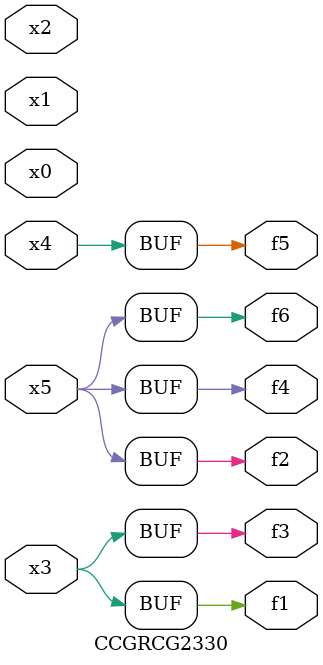
<source format=v>
module CCGRCG2330(
	input x0, x1, x2, x3, x4, x5,
	output f1, f2, f3, f4, f5, f6
);
	assign f1 = x3;
	assign f2 = x5;
	assign f3 = x3;
	assign f4 = x5;
	assign f5 = x4;
	assign f6 = x5;
endmodule

</source>
